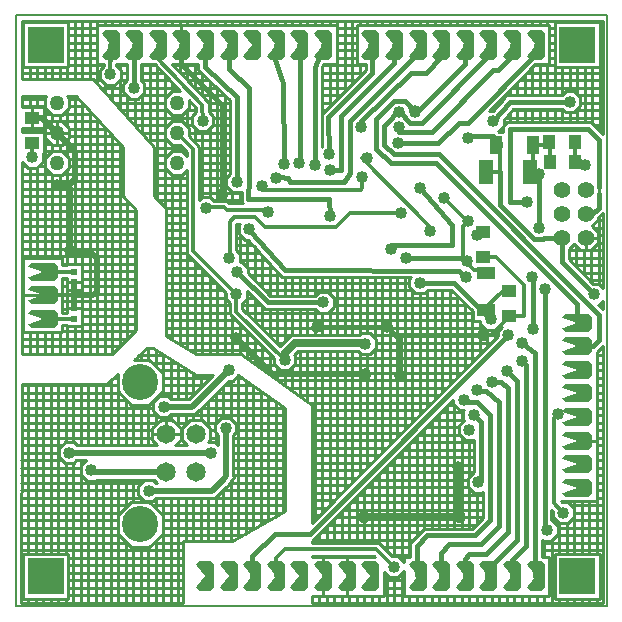
<source format=gbl>
G04 PROTEUS RS274X GERBER FILE*
%FSLAX24Y24*%
%MOIN*%
%ADD10C,0.0200*%
%ADD11C,0.0150*%
%ADD12C,0.0100*%
%ADD14C,0.0120*%
%ADD13C,0.0250*%
%ADD15C,0.0400*%
%ADD16R,0.1200X0.1200*%
%ADD17C,0.0650*%
%ADD18C,0.1200*%
%AMDIL016*4,1,8,-0.0300,0.0380,-0.0180,0.0500,0.0180,0.0500,0.0300,0.0380,0.0300,-0.0380,0.0180,-0.0500,-0.0180,-0.0500,-0.0300,-0.0380,0*%
%ADD24DIL016*%
%ADD26C,0.0550*%
%AMDIL019*4,1,8,-0.0500,0.0180,-0.0380,0.0300,0.0380,0.0300,0.0500,0.0180,0.0500,-0.0180,0.0380,-0.0300,-0.0380,-0.0300,-0.0500,-0.0180,0*%
%ADD27DIL019*%
%ADD73C,0.0500*%
%ADD70R,0.0500X0.0400*%
%ADD34R,0.0200X0.0200*%
%ADD21R,0.0600X0.0400*%
%ADD35R,0.0500X0.0800*%
%ADD20R,0.0400X0.0600*%
%ADD71R,0.0400X0.0500*%
%ADD33C,0.0080*%
G54D10*
X+4922Y+6636D02*
X+5865Y+6636D01*
X+7086Y+7858D01*
X+5013Y+4464D02*
X+2568Y+4464D01*
X+2510Y+4522D01*
X+4416Y+3847D02*
X+6539Y+3847D01*
X+6891Y+4199D01*
X+6988Y+4334D01*
X+6988Y+5928D01*
G54D11*
X+17427Y+14383D02*
X+17427Y+12610D01*
X+19420Y+14065D02*
X+19420Y+13972D01*
G54D12*
X+19420Y+13727D01*
G54D11*
X+19420Y+13281D01*
X+19200Y+13062D01*
X+18987Y+13062D01*
G54D14*
X+19420Y+14065D02*
X+19424Y+14061D01*
G54D11*
X+13309Y+16475D02*
X+13314Y+16490D01*
X+18461Y+16800D02*
X+16450Y+16800D01*
X+15900Y+16150D01*
X+12394Y+16130D02*
X+12713Y+16450D01*
G54D12*
X+12750Y+16450D02*
X+12394Y+16130D01*
G54D11*
X+17322Y+984D02*
X+17300Y+1007D01*
X+17303Y+8425D01*
X+16870Y+8759D01*
X+16858Y+8175D02*
X+17000Y+8034D01*
X+17000Y+1990D01*
X+16533Y+1524D01*
X+16533Y+985D01*
X+16535Y+984D01*
X+16376Y+7819D02*
X+16700Y+7495D01*
X+16700Y+2200D01*
X+15715Y+1215D01*
X+15715Y+915D01*
X+15748Y+984D01*
X+15879Y+7482D02*
X+16167Y+7482D01*
X+16400Y+7250D01*
X+16400Y+2450D01*
X+15673Y+1723D01*
X+15098Y+1723D01*
X+14951Y+1576D01*
X+14951Y+993D01*
X+14960Y+984D01*
X+15359Y+7183D02*
X+15650Y+7150D01*
X+16100Y+6800D01*
X+16100Y+2650D01*
X+15512Y+2062D01*
X+14435Y+2062D01*
X+14156Y+1782D01*
X+14156Y+1001D01*
X+14173Y+984D01*
X+14930Y+6870D02*
X+14926Y+6800D01*
X+15350Y+6800D01*
X+15800Y+6350D01*
X+15800Y+2850D01*
X+15300Y+2350D01*
X+13700Y+2350D01*
X+13350Y+2000D01*
X+13350Y+1020D01*
X+13385Y+984D01*
G54D13*
X+8950Y+8200D02*
X+8950Y+8430D01*
X+9290Y+8770D01*
X+11610Y+8770D01*
X+11640Y+8740D01*
G54D11*
X+12639Y+9039D02*
X+12787Y+8891D01*
X+12787Y+7655D01*
X+12639Y+9039D02*
X+15564Y+9039D01*
X+13314Y+16490D02*
X+13314Y+16479D01*
X+13309Y+16475D01*
G54D14*
X+7127Y+11577D02*
X+7106Y+11598D01*
X+7336Y+10391D02*
X+7336Y+9813D01*
X+8950Y+8200D01*
X+885Y+9566D02*
X+1937Y+9566D01*
X+1940Y+9569D01*
X+885Y+11141D02*
X+1928Y+11141D01*
X+1934Y+11147D01*
X+885Y+10354D02*
X+1909Y+10354D01*
X+1940Y+10354D01*
G54D10*
X+1940Y+9919D02*
X+1940Y+10354D01*
X+1940Y+10791D01*
X+1934Y+10797D01*
X+1934Y+10379D01*
X+1909Y+10354D01*
X+1940Y+10354D02*
X+2562Y+10354D01*
X+2687Y+10479D01*
X+2687Y+11603D01*
X+2480Y+11811D01*
X+1819Y+11811D01*
X+1801Y+11828D01*
G54D14*
X+540Y+15441D02*
X+540Y+14966D01*
X+542Y+14964D01*
G54D10*
X+1801Y+11828D02*
X+1801Y+13930D01*
X+1699Y+14032D01*
X+1368Y+14032D01*
X+7316Y+8941D02*
X+8536Y+7721D01*
X+11636Y+7721D01*
G54D11*
X+3929Y+17263D02*
X+3929Y+18693D01*
X+3937Y+18700D01*
X+7350Y+14133D02*
X+7350Y+16950D01*
X+6300Y+17950D01*
X+6299Y+18700D01*
X+12363Y+9315D02*
X+12402Y+9276D01*
X+12639Y+9039D01*
X+12363Y+9315D02*
X+12402Y+9315D01*
X+12363Y+9315D01*
X+12363Y+9354D01*
X+12363Y+9315D01*
X+14960Y+18700D02*
X+14960Y+18051D01*
X+13363Y+16453D01*
X+13363Y+16404D01*
X+13309Y+16457D01*
X+13309Y+16475D01*
X+12750Y+16450D02*
X+12784Y+16450D01*
X+13134Y+16100D01*
X+13522Y+16100D01*
X+15748Y+18326D01*
X+15748Y+18700D01*
X+17322Y+18700D02*
X+17322Y+18385D01*
X+15059Y+16102D01*
X+14763Y+16102D01*
X+14074Y+15433D01*
X+12744Y+15425D01*
X+12720Y+15488D01*
X+12743Y+15464D01*
X+12744Y+15425D01*
X+11510Y+15964D02*
X+11510Y+16150D01*
X+13181Y+17780D01*
X+13665Y+17780D01*
X+14172Y+18286D01*
X+14172Y+18699D01*
X+14173Y+18700D01*
X+13464Y+13934D02*
X+14527Y+12686D01*
X+14527Y+12027D01*
X+12500Y+12027D01*
X+12500Y+11893D01*
X+10240Y+10118D02*
X+8387Y+10118D01*
X+7382Y+11122D01*
X+5511Y+18700D02*
X+5511Y+18073D01*
X+6879Y+16706D01*
X+6879Y+13740D01*
X+10019Y+9310D02*
X+12363Y+9315D01*
G54D14*
X+7127Y+11619D02*
X+7106Y+11598D01*
X+7127Y+11619D02*
X+7127Y+11577D01*
X+15823Y+9551D02*
X+15669Y+9705D01*
G54D11*
X+14607Y+10767D01*
X+13450Y+10767D01*
X+18200Y+12275D02*
X+17596Y+12275D01*
X+17549Y+12227D01*
X+17276Y+12227D01*
X+16135Y+13368D01*
X+16135Y+14472D01*
G54D14*
X+16000Y+15350D02*
X+16130Y+15350D01*
X+16135Y+15344D01*
X+16135Y+14472D01*
X+16132Y+14470D01*
X+15660Y+14470D01*
G54D11*
X+16135Y+15344D02*
X+16135Y+15439D01*
X+15912Y+15661D01*
X+15074Y+15661D01*
X+15034Y+15621D01*
X+15053Y+15602D01*
G54D14*
X+17240Y+15350D02*
X+17240Y+14556D01*
X+17153Y+14470D01*
X+17140Y+14470D01*
X+17153Y+14470D02*
X+17340Y+14470D01*
X+17427Y+14383D01*
G54D11*
X+17020Y+13480D02*
X+16470Y+13480D01*
X+16470Y+15900D01*
X+19060Y+15900D01*
X+19420Y+15539D01*
X+19420Y+14065D01*
G54D14*
X+17240Y+15350D02*
X+17680Y+15350D01*
X+17780Y+15450D01*
X+18629Y+14808D02*
X+18629Y+15012D01*
X+18629Y+15440D01*
X+18620Y+15450D01*
X+18620Y+15022D01*
X+18629Y+15012D01*
X+18949Y+14692D01*
X+17789Y+14808D02*
X+17789Y+15362D01*
X+17769Y+15382D01*
X+17780Y+15450D01*
X+15669Y+9862D02*
X+15669Y+9857D01*
X+15573Y+9857D01*
X+16216Y+10500D01*
X+16420Y+10500D01*
X+15669Y+9705D02*
X+15669Y+9857D01*
X+15564Y+9039D02*
X+15564Y+9033D01*
X+15819Y+9033D01*
X+16420Y+9634D01*
X+16420Y+9660D01*
G54D11*
X+18700Y+9448D02*
X+18700Y+10049D01*
X+13993Y+14756D01*
X+12483Y+14756D01*
X+12007Y+15232D01*
X+12007Y+16244D01*
X+12588Y+16825D01*
X+12959Y+16825D01*
X+13309Y+16475D01*
X+14279Y+13600D02*
X+14275Y+13604D01*
X+14275Y+13727D01*
X+14279Y+13620D01*
X+14279Y+13600D01*
X+14279Y+13620D02*
X+14279Y+13619D01*
X+14279Y+13600D02*
X+14279Y+13619D01*
X+14279Y+13620D01*
X+14279Y+13620D01*
X+12394Y+16130D02*
X+12272Y+16008D01*
X+12272Y+15365D01*
X+12586Y+15051D01*
X+14094Y+15050D01*
X+19420Y+9713D01*
X+19420Y+8858D01*
X+19223Y+8661D01*
X+18700Y+8661D01*
G54D14*
X+16420Y+9660D02*
X+16920Y+9660D01*
X+16930Y+9650D01*
X+16930Y+10706D01*
X+16006Y+11630D01*
X+15570Y+11630D01*
G54D11*
X+14900Y+11600D02*
X+13000Y+11600D01*
G54D14*
X+14279Y+13600D02*
X+14909Y+12969D01*
X+15061Y+12821D01*
X+15061Y+12731D01*
X+15061Y+12821D01*
X+15085Y+12844D01*
X+15061Y+12731D01*
X+15061Y+12821D01*
X+15372Y+12377D02*
X+15570Y+12470D01*
X+14997Y+11467D02*
X+14997Y+11467D01*
X+15669Y+11102D02*
X+15567Y+11204D01*
X+15560Y+11211D01*
X+14997Y+11467D02*
X+14919Y+11546D01*
X+14919Y+12678D02*
X+15061Y+12821D01*
X+14997Y+11467D02*
X+14997Y+11467D01*
X+15019Y+11507D02*
X+15019Y+11446D01*
X+15254Y+11211D01*
X+15523Y+11211D01*
X+15530Y+11204D01*
X+15669Y+11102D01*
X+15254Y+11211D02*
X+15254Y+11204D01*
X+15530Y+11204D01*
X+15567Y+11204D01*
X+15560Y+11211D02*
X+15523Y+11211D01*
X+15019Y+11446D02*
X+14997Y+11467D01*
X+14919Y+12678D02*
X+14900Y+12678D01*
X+14900Y+12659D01*
X+14900Y+11600D01*
X+14900Y+11565D01*
X+14900Y+11546D01*
X+14919Y+11546D01*
X+14900Y+11565D01*
X+14900Y+12659D02*
X+14919Y+12678D01*
X+6220Y+16180D02*
X+6210Y+16690D01*
X+4724Y+18242D01*
X+4724Y+18700D01*
G54D10*
X+540Y+16281D02*
X+540Y+16274D01*
X+852Y+16274D01*
X+1353Y+15773D01*
X+1963Y+15163D01*
X+1963Y+14240D01*
X+1755Y+14032D01*
X+1699Y+14032D01*
G54D14*
X+5353Y+15773D02*
X+5900Y+15227D01*
X+5900Y+11830D01*
X+7339Y+10391D01*
X+7336Y+10391D01*
X+3137Y+17716D02*
X+3137Y+18200D01*
X+3149Y+18700D01*
G54D11*
X+3137Y+18200D02*
X+3137Y+18688D01*
X+3149Y+18700D01*
X+17226Y+9217D02*
X+17226Y+10923D01*
X+17187Y+10962D01*
X+16535Y+18700D02*
X+16535Y+18326D01*
X+16082Y+17854D01*
X+15905Y+17854D01*
X+13858Y+15800D01*
X+12760Y+15800D01*
X+12750Y+15950D01*
G54D14*
X+12840Y+13085D02*
X+11139Y+13085D01*
X+10674Y+12620D01*
X+8285Y+12620D01*
X+7952Y+12952D01*
X+7263Y+12952D01*
X+7127Y+12814D01*
X+7127Y+11619D01*
G54D11*
X+10450Y+13000D02*
X+10433Y+13562D01*
X+7747Y+13563D01*
X+7750Y+14240D01*
X+7750Y+17250D01*
X+7100Y+17900D01*
X+7100Y+18687D01*
X+7086Y+18700D01*
G54D14*
X+11535Y+14291D02*
X+11535Y+13917D01*
X+11496Y+13859D01*
X+8260Y+13858D01*
X+8138Y+13894D01*
X+8208Y+13894D01*
X+8208Y+14015D01*
X+8385Y+13129D02*
X+8307Y+13208D01*
X+7026Y+13208D01*
X+6947Y+13287D01*
X+6337Y+13287D01*
X+6337Y+13274D01*
G54D11*
X+8661Y+14271D02*
X+8799Y+14284D01*
X+9068Y+14281D01*
X+9145Y+14129D01*
X+10925Y+14133D01*
X+11122Y+14437D01*
X+11122Y+16161D01*
X+13327Y+18366D01*
X+13484Y+18700D01*
X+13385Y+18700D01*
X+10452Y+14527D02*
X+10826Y+14527D01*
X+10826Y+15039D01*
X+10828Y+16337D01*
X+12601Y+18110D01*
X+12601Y+18700D01*
X+12598Y+18700D01*
X+11811Y+18700D02*
X+11874Y+18700D01*
X+11874Y+17761D01*
X+10413Y+16300D01*
X+10433Y+15059D01*
X+7780Y+12560D02*
X+7800Y+12510D01*
X+7800Y+12487D01*
X+8956Y+11200D01*
X+14770Y+11180D01*
X+15000Y+10950D01*
G54D14*
X+13804Y+12504D02*
X+13804Y+12645D01*
X+11545Y+14918D01*
X+11683Y+14918D01*
G54D11*
X+15400Y+4120D02*
X+15497Y+4217D01*
X+15497Y+6131D01*
X+15273Y+6356D01*
X+15250Y+6356D01*
G54D13*
X+11589Y+2960D02*
X+14746Y+2960D01*
G54D11*
X+17660Y+2510D02*
X+17659Y+2549D01*
X+17660Y+2510D01*
G54D13*
X+14790Y+2960D02*
X+14777Y+2930D01*
X+14746Y+2960D01*
X+14790Y+2960D01*
X+14783Y+2967D01*
X+14783Y+4634D01*
X+14777Y+4640D01*
X+14737Y+4640D01*
G54D11*
X+17630Y+10570D02*
X+17620Y+2770D01*
X+17700Y+2530D01*
G54D14*
X+18056Y+6391D02*
X+17920Y+6254D01*
X+17920Y+3438D01*
X+18243Y+3114D01*
G54D11*
X+18200Y+12275D02*
X+18200Y+11464D01*
X+19271Y+10393D01*
X+16411Y+9024D02*
X+9786Y+2400D01*
X+8620Y+2400D01*
X+7874Y+1653D01*
X+7874Y+984D01*
G54D14*
X+8661Y+984D02*
X+8661Y+1593D01*
X+8955Y+1887D01*
X+12012Y+1887D01*
X+12590Y+1310D01*
G54D11*
X+8917Y+14744D02*
X+8904Y+17433D01*
X+8580Y+18389D01*
X+8565Y+18404D01*
X+8661Y+18404D01*
X+8661Y+18700D01*
X+9448Y+14763D02*
X+9450Y+14763D01*
X+9450Y+18700D01*
X+9448Y+18700D01*
X+9960Y+14704D02*
X+9960Y+17980D01*
X+10261Y+18696D01*
X+10256Y+18700D01*
X+10236Y+18700D01*
G54D10*
X+1771Y+5102D02*
X+1780Y+5100D01*
X+4722Y+5100D01*
X+4724Y+5102D01*
X+6351Y+5102D01*
X+6467Y+4986D01*
X+6496Y+5102D01*
G54D15*
X+4922Y+6636D03*
X+7086Y+7858D03*
X+2510Y+4522D03*
X+4416Y+3847D03*
X+6988Y+5928D03*
X+17427Y+14383D03*
X+17427Y+12610D03*
X+15053Y+15602D03*
X+13314Y+16490D03*
X+18461Y+16800D03*
X+15900Y+16150D03*
X+11589Y+2960D03*
X+16870Y+8759D03*
X+16858Y+8175D03*
X+16376Y+7819D03*
X+15879Y+7482D03*
X+15359Y+7183D03*
X+14930Y+6870D03*
X+8950Y+8200D03*
X+15564Y+9039D03*
X+12787Y+7655D03*
X+7350Y+14133D03*
X+1801Y+11828D03*
X+542Y+14964D03*
X+1368Y+14032D03*
X+7316Y+8941D03*
X+11636Y+7721D03*
X+3929Y+17263D03*
X+12750Y+16450D03*
X+12744Y+15425D03*
X+15823Y+9551D03*
X+13450Y+10767D03*
X+13464Y+13934D03*
X+12500Y+11893D03*
X+10240Y+10118D03*
X+7382Y+11122D03*
X+10019Y+9310D03*
X+12363Y+9315D03*
X+7106Y+11598D03*
X+17020Y+13480D03*
X+18949Y+14692D03*
X+13309Y+16475D03*
X+13000Y+11600D03*
X+14279Y+13600D03*
X+15372Y+12377D03*
X+15061Y+12821D03*
X+15019Y+11507D03*
X+6879Y+13740D03*
X+7336Y+10391D03*
X+3137Y+17716D03*
X+15400Y+4120D03*
X+15250Y+6356D03*
X+17226Y+9217D03*
X+17187Y+10962D03*
X+11640Y+8740D03*
X+15100Y+5870D03*
X+12750Y+15950D03*
X+11510Y+15964D03*
X+12840Y+13085D03*
X+10450Y+13000D03*
X+11535Y+14291D03*
X+8208Y+14015D03*
X+8385Y+13129D03*
X+6337Y+13274D03*
X+8661Y+14271D03*
X+10452Y+14527D03*
X+10433Y+15059D03*
X+7780Y+12560D03*
X+15000Y+10950D03*
X+13804Y+12504D03*
X+11683Y+14918D03*
X+6220Y+16180D03*
X+14737Y+4640D03*
X+14790Y+2960D03*
X+17630Y+10570D03*
X+17700Y+2530D03*
X+18056Y+6391D03*
X+18243Y+3114D03*
X+19271Y+10393D03*
X+16411Y+9024D03*
X+12590Y+1310D03*
X+8917Y+14744D03*
X+9448Y+14763D03*
X+9960Y+14704D03*
X+1771Y+5102D03*
X+6496Y+5102D03*
G54D12*
X+19550Y+15728D02*
X+19153Y+16124D01*
X+16376Y+16124D01*
X+16245Y+15993D01*
X+16245Y+15799D01*
X+16092Y+15799D01*
X+16068Y+15824D01*
X+16249Y+16005D01*
X+16249Y+16215D01*
X+16554Y+16575D01*
X+18191Y+16575D01*
X+18316Y+16450D01*
X+18606Y+16450D01*
X+18811Y+16655D01*
X+18811Y+16944D01*
X+18606Y+17149D01*
X+18316Y+17149D01*
X+18191Y+17024D01*
X+16532Y+17024D01*
X+16524Y+17031D01*
X+16440Y+17024D01*
X+16356Y+17024D01*
X+16349Y+17017D01*
X+16338Y+17016D01*
X+16284Y+16952D01*
X+16225Y+16893D01*
X+16225Y+16882D01*
X+15901Y+16499D01*
X+15770Y+16499D01*
X+17307Y+18050D01*
X+17772Y+18050D01*
X+17772Y+19350D01*
X+11361Y+19350D01*
X+11361Y+18050D01*
X+11649Y+18050D01*
X+11649Y+17854D01*
X+10318Y+16523D01*
X+10316Y+16523D01*
X+10253Y+16457D01*
X+10188Y+16393D01*
X+10188Y+16391D01*
X+10186Y+16389D01*
X+10188Y+16298D01*
X+10188Y+16206D01*
X+10189Y+16205D01*
X+10203Y+15324D01*
X+10185Y+15306D01*
X+10185Y+17934D01*
X+10234Y+18050D01*
X+10686Y+18050D01*
X+10686Y+19350D01*
X+2699Y+19350D01*
X+2699Y+18050D01*
X+2927Y+18050D01*
X+2927Y+18001D01*
X+2787Y+17861D01*
X+2787Y+17571D01*
X+2992Y+17366D01*
X+3282Y+17366D01*
X+3487Y+17571D01*
X+3487Y+17861D01*
X+3347Y+18001D01*
X+3347Y+18050D01*
X+3704Y+18050D01*
X+3704Y+17533D01*
X+3579Y+17408D01*
X+3579Y+17118D01*
X+3784Y+16913D01*
X+4074Y+16913D01*
X+4279Y+17118D01*
X+4279Y+17408D01*
X+4154Y+17533D01*
X+4154Y+18050D01*
X+4616Y+18050D01*
X+5456Y+17173D01*
X+5187Y+17173D01*
X+4953Y+16939D01*
X+4953Y+16607D01*
X+5187Y+16373D01*
X+5519Y+16373D01*
X+5753Y+16607D01*
X+5753Y+16863D01*
X+6001Y+16603D01*
X+6004Y+16459D01*
X+5870Y+16324D01*
X+5870Y+16035D01*
X+6075Y+15830D01*
X+6365Y+15830D01*
X+6570Y+16035D01*
X+6570Y+16324D01*
X+6424Y+16470D01*
X+6420Y+16689D01*
X+6421Y+16772D01*
X+6418Y+16776D01*
X+6418Y+16781D01*
X+6358Y+16838D01*
X+5198Y+18050D01*
X+6074Y+18050D01*
X+6074Y+18039D01*
X+6072Y+18037D01*
X+6075Y+17947D01*
X+6075Y+17856D01*
X+6077Y+17854D01*
X+6077Y+17851D01*
X+6142Y+17788D01*
X+6207Y+17724D01*
X+6210Y+17724D01*
X+7125Y+16853D01*
X+7125Y+14403D01*
X+7000Y+14278D01*
X+7000Y+13988D01*
X+7205Y+13783D01*
X+7494Y+13783D01*
X+7523Y+13812D01*
X+7522Y+13656D01*
X+7522Y+13656D01*
X+7522Y+13563D01*
X+7521Y+13470D01*
X+7522Y+13470D01*
X+7522Y+13469D01*
X+7573Y+13418D01*
X+7113Y+13418D01*
X+7034Y+13497D01*
X+6609Y+13497D01*
X+6482Y+13624D01*
X+6192Y+13624D01*
X+6109Y+13541D01*
X+6109Y+15314D01*
X+5753Y+15670D01*
X+5753Y+15939D01*
X+5519Y+16173D01*
X+5187Y+16173D01*
X+4953Y+15939D01*
X+4953Y+15607D01*
X+5187Y+15373D01*
X+5456Y+15373D01*
X+5690Y+15140D01*
X+5690Y+15002D01*
X+5519Y+15173D01*
X+5187Y+15173D01*
X+4953Y+14939D01*
X+4953Y+14607D01*
X+5187Y+14373D01*
X+5519Y+14373D01*
X+5690Y+14544D01*
X+5690Y+11743D01*
X+6986Y+10447D01*
X+6986Y+10246D01*
X+7126Y+10106D01*
X+7126Y+9726D01*
X+8600Y+8253D01*
X+8600Y+8055D01*
X+8805Y+7850D01*
X+9094Y+7850D01*
X+9299Y+8055D01*
X+9299Y+8344D01*
X+9276Y+8368D01*
X+9403Y+8495D01*
X+11390Y+8495D01*
X+11495Y+8390D01*
X+11784Y+8390D01*
X+11989Y+8595D01*
X+11989Y+8884D01*
X+11784Y+9089D01*
X+11495Y+9089D01*
X+11450Y+9044D01*
X+9176Y+9044D01*
X+8789Y+8657D01*
X+7546Y+9900D01*
X+7546Y+10106D01*
X+7686Y+10246D01*
X+7686Y+10501D01*
X+8294Y+9893D01*
X+9970Y+9893D01*
X+10095Y+9768D01*
X+10385Y+9768D01*
X+10590Y+9973D01*
X+10590Y+10263D01*
X+10385Y+10468D01*
X+10095Y+10468D01*
X+9970Y+10343D01*
X+8480Y+10343D01*
X+7732Y+11091D01*
X+7732Y+11267D01*
X+7527Y+11472D01*
X+7456Y+11472D01*
X+7456Y+11743D01*
X+7337Y+11862D01*
X+7337Y+12728D01*
X+7351Y+12742D01*
X+7467Y+12742D01*
X+7430Y+12704D01*
X+7430Y+12415D01*
X+7635Y+12210D01*
X+7747Y+12210D01*
X+8731Y+11114D01*
X+8731Y+11108D01*
X+8793Y+11046D01*
X+8851Y+10981D01*
X+8858Y+10980D01*
X+8862Y+10976D01*
X+8950Y+10975D01*
X+9037Y+10971D01*
X+9042Y+10975D01*
X+13149Y+10960D01*
X+13100Y+10912D01*
X+13100Y+10622D01*
X+13305Y+10417D01*
X+13595Y+10417D01*
X+13720Y+10542D01*
X+14514Y+10542D01*
X+15219Y+9837D01*
X+15219Y+9512D01*
X+15473Y+9512D01*
X+15473Y+9406D01*
X+15678Y+9201D01*
X+15968Y+9201D01*
X+16076Y+9310D01*
X+16201Y+9310D01*
X+16061Y+9169D01*
X+16061Y+8993D01*
X+9850Y+2781D01*
X+9850Y+6715D01*
X+7500Y+8415D01*
X+6000Y+8415D01*
X+5000Y+9015D01*
X+5000Y+13265D01*
X+4600Y+13665D01*
X+4600Y+15315D01*
X+2550Y+17565D01*
X+200Y+17565D01*
X+200Y+19515D01*
X+19550Y+19515D01*
X+19550Y+15728D01*
X+17950Y+19450D02*
X+19450Y+19450D01*
X+19450Y+17950D01*
X+17950Y+17950D01*
X+17950Y+19450D01*
X+234Y+19450D02*
X+1734Y+19450D01*
X+1734Y+17950D01*
X+234Y+17950D01*
X+234Y+19450D01*
X+15439Y+8987D02*
X+15439Y+9091D01*
X+15513Y+9164D01*
X+15616Y+9164D01*
X+15689Y+9091D01*
X+15689Y+8987D01*
X+15616Y+8914D01*
X+15513Y+8914D01*
X+15439Y+8987D01*
X+12662Y+7603D02*
X+12662Y+7707D01*
X+12735Y+7780D01*
X+12838Y+7780D01*
X+12912Y+7707D01*
X+12912Y+7603D01*
X+12838Y+7530D01*
X+12735Y+7530D01*
X+12662Y+7603D01*
X+7191Y+8890D02*
X+7191Y+8993D01*
X+7264Y+9066D01*
X+7368Y+9066D01*
X+7441Y+8993D01*
X+7441Y+8890D01*
X+7368Y+8816D01*
X+7264Y+8816D01*
X+7191Y+8890D01*
X+11511Y+7670D02*
X+11511Y+7773D01*
X+11584Y+7846D01*
X+11688Y+7846D01*
X+11761Y+7773D01*
X+11761Y+7670D01*
X+11688Y+7596D01*
X+11584Y+7596D01*
X+11511Y+7670D01*
X+9894Y+9259D02*
X+9894Y+9362D01*
X+9967Y+9435D01*
X+10071Y+9435D01*
X+10144Y+9362D01*
X+10144Y+9259D01*
X+10071Y+9185D01*
X+9967Y+9185D01*
X+9894Y+9259D01*
X+12238Y+9263D02*
X+12238Y+9367D01*
X+12311Y+9440D01*
X+12414Y+9440D01*
X+12488Y+9367D01*
X+12488Y+9263D01*
X+12414Y+9190D01*
X+12311Y+9190D01*
X+12238Y+9263D01*
X+6754Y+13688D02*
X+6754Y+13791D01*
X+6827Y+13865D01*
X+6930Y+13865D01*
X+7004Y+13791D01*
X+7004Y+13688D01*
X+6930Y+13615D01*
X+6827Y+13615D01*
X+6754Y+13688D01*
X+9850Y+2781D02*
X+9850Y+2781D01*
X+9850Y+3031D02*
X+10099Y+3031D01*
X+9850Y+3281D02*
X+10349Y+3281D01*
X+9850Y+3531D02*
X+10599Y+3531D01*
X+9850Y+3781D02*
X+10849Y+3781D01*
X+9850Y+4031D02*
X+11099Y+4031D01*
X+9850Y+4281D02*
X+11349Y+4281D01*
X+9850Y+4531D02*
X+11599Y+4531D01*
X+9850Y+4781D02*
X+11849Y+4781D01*
X+9850Y+5031D02*
X+12099Y+5031D01*
X+9850Y+5281D02*
X+12349Y+5281D01*
X+9850Y+5531D02*
X+12599Y+5531D01*
X+9850Y+5781D02*
X+12849Y+5781D01*
X+9850Y+6031D02*
X+13099Y+6031D01*
X+9850Y+6281D02*
X+13349Y+6281D01*
X+9850Y+6531D02*
X+13599Y+6531D01*
X+9758Y+6781D02*
X+13849Y+6781D01*
X+9413Y+7031D02*
X+14099Y+7031D01*
X+9067Y+7281D02*
X+14349Y+7281D01*
X+8722Y+7531D02*
X+12734Y+7531D01*
X+12839Y+7531D02*
X+14599Y+7531D01*
X+8376Y+7781D02*
X+11519Y+7781D01*
X+11753Y+7781D02*
X+14849Y+7781D01*
X+8030Y+8031D02*
X+8624Y+8031D01*
X+9275Y+8031D02*
X+15099Y+8031D01*
X+7685Y+8281D02*
X+8571Y+8281D01*
X+9299Y+8281D02*
X+15349Y+8281D01*
X+5806Y+8531D02*
X+8321Y+8531D01*
X+11925Y+8531D02*
X+15599Y+8531D01*
X+5390Y+8781D02*
X+8071Y+8781D01*
X+8665Y+8781D02*
X+8913Y+8781D01*
X+11989Y+8781D02*
X+15849Y+8781D01*
X+5000Y+9031D02*
X+7229Y+9031D01*
X+7403Y+9031D02*
X+7821Y+9031D01*
X+8415Y+9031D02*
X+9163Y+9031D01*
X+11842Y+9031D02*
X+15439Y+9031D01*
X+15689Y+9031D02*
X+16061Y+9031D01*
X+5000Y+9281D02*
X+7571Y+9281D01*
X+8165Y+9281D02*
X+9894Y+9281D01*
X+10144Y+9281D02*
X+12238Y+9281D01*
X+12488Y+9281D02*
X+15598Y+9281D01*
X+16047Y+9281D02*
X+16172Y+9281D01*
X+5000Y+9531D02*
X+7321Y+9531D01*
X+7915Y+9531D02*
X+15219Y+9531D01*
X+5000Y+9781D02*
X+7126Y+9781D01*
X+7665Y+9781D02*
X+10082Y+9781D01*
X+10398Y+9781D02*
X+15219Y+9781D01*
X+5000Y+10031D02*
X+7126Y+10031D01*
X+7546Y+10031D02*
X+8156Y+10031D01*
X+10590Y+10031D02*
X+15025Y+10031D01*
X+5000Y+10281D02*
X+6986Y+10281D01*
X+7686Y+10281D02*
X+7906Y+10281D01*
X+10572Y+10281D02*
X+14775Y+10281D01*
X+5000Y+10531D02*
X+6902Y+10531D01*
X+8292Y+10531D02*
X+13191Y+10531D01*
X+13709Y+10531D02*
X+14525Y+10531D01*
X+5000Y+10781D02*
X+6652Y+10781D01*
X+8042Y+10781D02*
X+13100Y+10781D01*
X+5000Y+11031D02*
X+6402Y+11031D01*
X+7792Y+11031D02*
X+8806Y+11031D01*
X+5000Y+11281D02*
X+6152Y+11281D01*
X+7718Y+11281D02*
X+8581Y+11281D01*
X+5000Y+11531D02*
X+5902Y+11531D01*
X+7456Y+11531D02*
X+8356Y+11531D01*
X+5000Y+11781D02*
X+5690Y+11781D01*
X+7418Y+11781D02*
X+8132Y+11781D01*
X+5000Y+12031D02*
X+5690Y+12031D01*
X+7337Y+12031D02*
X+7907Y+12031D01*
X+5000Y+12281D02*
X+5690Y+12281D01*
X+7337Y+12281D02*
X+7564Y+12281D01*
X+5000Y+12531D02*
X+5690Y+12531D01*
X+7337Y+12531D02*
X+7430Y+12531D01*
X+5000Y+12781D02*
X+5690Y+12781D01*
X+5000Y+13031D02*
X+5690Y+13031D01*
X+4984Y+13281D02*
X+5690Y+13281D01*
X+4734Y+13531D02*
X+5690Y+13531D01*
X+6575Y+13531D02*
X+7521Y+13531D01*
X+4600Y+13781D02*
X+5690Y+13781D01*
X+6109Y+13781D02*
X+6754Y+13781D01*
X+7004Y+13781D02*
X+7522Y+13781D01*
X+4600Y+14031D02*
X+5690Y+14031D01*
X+6109Y+14031D02*
X+7000Y+14031D01*
X+4600Y+14281D02*
X+5690Y+14281D01*
X+6109Y+14281D02*
X+7003Y+14281D01*
X+4600Y+14531D02*
X+5029Y+14531D01*
X+5677Y+14531D02*
X+5690Y+14531D01*
X+6109Y+14531D02*
X+7125Y+14531D01*
X+4600Y+14781D02*
X+4953Y+14781D01*
X+6109Y+14781D02*
X+7125Y+14781D01*
X+4600Y+15031D02*
X+5045Y+15031D01*
X+5661Y+15031D02*
X+5690Y+15031D01*
X+6109Y+15031D02*
X+7125Y+15031D01*
X+4600Y+15281D02*
X+5548Y+15281D01*
X+6109Y+15281D02*
X+7125Y+15281D01*
X+4403Y+15531D02*
X+5029Y+15531D01*
X+5892Y+15531D02*
X+7125Y+15531D01*
X+10185Y+15531D02*
X+10199Y+15531D01*
X+4175Y+15781D02*
X+4953Y+15781D01*
X+5753Y+15781D02*
X+7125Y+15781D01*
X+10185Y+15781D02*
X+10195Y+15781D01*
X+19496Y+15781D02*
X+19550Y+15781D01*
X+3947Y+16031D02*
X+5045Y+16031D01*
X+5661Y+16031D02*
X+5874Y+16031D01*
X+6566Y+16031D02*
X+7125Y+16031D01*
X+10185Y+16031D02*
X+10191Y+16031D01*
X+16249Y+16031D02*
X+16283Y+16031D01*
X+19246Y+16031D02*
X+19550Y+16031D01*
X+3719Y+16281D02*
X+5870Y+16281D01*
X+6570Y+16281D02*
X+7125Y+16281D01*
X+10185Y+16281D02*
X+10188Y+16281D01*
X+16304Y+16281D02*
X+19550Y+16281D01*
X+3492Y+16531D02*
X+5029Y+16531D01*
X+5677Y+16531D02*
X+6002Y+16531D01*
X+6422Y+16531D02*
X+7125Y+16531D01*
X+10185Y+16531D02*
X+10326Y+16531D01*
X+15801Y+16531D02*
X+15928Y+16531D01*
X+16516Y+16531D02*
X+18235Y+16531D01*
X+18687Y+16531D02*
X+19550Y+16531D01*
X+3264Y+16781D02*
X+4953Y+16781D01*
X+5753Y+16781D02*
X+5831Y+16781D01*
X+6418Y+16781D02*
X+7125Y+16781D01*
X+10185Y+16781D02*
X+10576Y+16781D01*
X+16049Y+16781D02*
X+16139Y+16781D01*
X+18811Y+16781D02*
X+19550Y+16781D01*
X+3036Y+17031D02*
X+3666Y+17031D01*
X+4192Y+17031D02*
X+5045Y+17031D01*
X+6173Y+17031D02*
X+6938Y+17031D01*
X+10185Y+17031D02*
X+10826Y+17031D01*
X+16297Y+17031D02*
X+18198Y+17031D01*
X+18724Y+17031D02*
X+19550Y+17031D01*
X+2808Y+17281D02*
X+3579Y+17281D01*
X+4279Y+17281D02*
X+5352Y+17281D01*
X+5934Y+17281D02*
X+6675Y+17281D01*
X+10185Y+17281D02*
X+11076Y+17281D01*
X+16544Y+17281D02*
X+19550Y+17281D01*
X+2580Y+17531D02*
X+2827Y+17531D01*
X+3447Y+17531D02*
X+3702Y+17531D01*
X+4156Y+17531D02*
X+5113Y+17531D01*
X+5694Y+17531D02*
X+6412Y+17531D01*
X+10185Y+17531D02*
X+11326Y+17531D01*
X+16792Y+17531D02*
X+19550Y+17531D01*
X+200Y+17781D02*
X+2787Y+17781D01*
X+3487Y+17781D02*
X+3704Y+17781D01*
X+4154Y+17781D02*
X+4873Y+17781D01*
X+5455Y+17781D02*
X+6149Y+17781D01*
X+10185Y+17781D02*
X+11576Y+17781D01*
X+17040Y+17781D02*
X+19550Y+17781D01*
X+200Y+18031D02*
X+234Y+18031D01*
X+1734Y+18031D02*
X+2927Y+18031D01*
X+3347Y+18031D02*
X+3704Y+18031D01*
X+4154Y+18031D02*
X+4634Y+18031D01*
X+5216Y+18031D02*
X+6072Y+18031D01*
X+10225Y+18031D02*
X+11649Y+18031D01*
X+17288Y+18031D02*
X+17950Y+18031D01*
X+19450Y+18031D02*
X+19550Y+18031D01*
X+200Y+18281D02*
X+234Y+18281D01*
X+1734Y+18281D02*
X+2699Y+18281D01*
X+10686Y+18281D02*
X+11361Y+18281D01*
X+17772Y+18281D02*
X+17950Y+18281D01*
X+19450Y+18281D02*
X+19550Y+18281D01*
X+200Y+18531D02*
X+234Y+18531D01*
X+1734Y+18531D02*
X+2699Y+18531D01*
X+10686Y+18531D02*
X+11361Y+18531D01*
X+17772Y+18531D02*
X+17950Y+18531D01*
X+19450Y+18531D02*
X+19550Y+18531D01*
X+200Y+18781D02*
X+234Y+18781D01*
X+1734Y+18781D02*
X+2699Y+18781D01*
X+10686Y+18781D02*
X+11361Y+18781D01*
X+17772Y+18781D02*
X+17950Y+18781D01*
X+19450Y+18781D02*
X+19550Y+18781D01*
X+200Y+19031D02*
X+234Y+19031D01*
X+1734Y+19031D02*
X+2699Y+19031D01*
X+10686Y+19031D02*
X+11361Y+19031D01*
X+17772Y+19031D02*
X+17950Y+19031D01*
X+19450Y+19031D02*
X+19550Y+19031D01*
X+200Y+19281D02*
X+234Y+19281D01*
X+1734Y+19281D02*
X+2699Y+19281D01*
X+10686Y+19281D02*
X+11361Y+19281D01*
X+17772Y+19281D02*
X+17950Y+19281D01*
X+19450Y+19281D02*
X+19550Y+19281D01*
X+200Y+19515D02*
X+19550Y+19515D01*
X+200Y+17565D02*
X+200Y+19515D01*
X+450Y+17565D02*
X+450Y+17950D01*
X+450Y+19450D02*
X+450Y+19515D01*
X+700Y+17565D02*
X+700Y+17950D01*
X+700Y+19450D02*
X+700Y+19515D01*
X+950Y+17565D02*
X+950Y+17950D01*
X+950Y+19450D02*
X+950Y+19515D01*
X+1200Y+17565D02*
X+1200Y+17950D01*
X+1200Y+19450D02*
X+1200Y+19515D01*
X+1450Y+17565D02*
X+1450Y+17950D01*
X+1450Y+19450D02*
X+1450Y+19515D01*
X+1700Y+17565D02*
X+1700Y+17950D01*
X+1700Y+19450D02*
X+1700Y+19515D01*
X+1950Y+17565D02*
X+1950Y+19515D01*
X+2200Y+17565D02*
X+2200Y+19515D01*
X+2450Y+17565D02*
X+2450Y+19515D01*
X+2700Y+17400D02*
X+2700Y+18050D01*
X+2700Y+19350D02*
X+2700Y+19515D01*
X+2950Y+17125D02*
X+2950Y+17408D01*
X+2950Y+19350D02*
X+2950Y+19515D01*
X+3200Y+16851D02*
X+3200Y+17366D01*
X+3200Y+19350D02*
X+3200Y+19515D01*
X+3450Y+16577D02*
X+3450Y+17534D01*
X+3450Y+17898D02*
X+3450Y+18050D01*
X+3450Y+19350D02*
X+3450Y+19515D01*
X+3700Y+16302D02*
X+3700Y+16997D01*
X+3700Y+17529D02*
X+3700Y+18050D01*
X+3700Y+19350D02*
X+3700Y+19515D01*
X+3950Y+16028D02*
X+3950Y+16913D01*
X+3950Y+19350D02*
X+3950Y+19515D01*
X+4200Y+15754D02*
X+4200Y+17039D01*
X+4200Y+17487D02*
X+4200Y+18050D01*
X+4200Y+19350D02*
X+4200Y+19515D01*
X+4450Y+15479D02*
X+4450Y+18050D01*
X+4450Y+19350D02*
X+4450Y+19515D01*
X+4700Y+13565D02*
X+4700Y+17962D01*
X+4700Y+19350D02*
X+4700Y+19515D01*
X+4950Y+13315D02*
X+4950Y+17701D01*
X+4950Y+19350D02*
X+4950Y+19515D01*
X+5200Y+8895D02*
X+5200Y+14373D01*
X+5200Y+15173D02*
X+5200Y+15373D01*
X+5200Y+16173D02*
X+5200Y+16373D01*
X+5200Y+17173D02*
X+5200Y+17440D01*
X+5200Y+18047D02*
X+5200Y+18050D01*
X+5200Y+19350D02*
X+5200Y+19515D01*
X+5450Y+8745D02*
X+5450Y+14373D01*
X+5450Y+15173D02*
X+5450Y+15373D01*
X+5450Y+16173D02*
X+5450Y+16373D01*
X+5450Y+17173D02*
X+5450Y+17179D01*
X+5450Y+17786D02*
X+5450Y+18050D01*
X+5450Y+19350D02*
X+5450Y+19515D01*
X+5700Y+8595D02*
X+5700Y+11733D01*
X+5700Y+15992D02*
X+5700Y+16554D01*
X+5700Y+17525D02*
X+5700Y+18050D01*
X+5700Y+19350D02*
X+5700Y+19515D01*
X+5950Y+8445D02*
X+5950Y+11483D01*
X+5950Y+15473D02*
X+5950Y+15955D01*
X+5950Y+16404D02*
X+5950Y+16656D01*
X+5950Y+17264D02*
X+5950Y+18050D01*
X+5950Y+19350D02*
X+5950Y+19515D01*
X+6200Y+8415D02*
X+6200Y+11233D01*
X+6200Y+13624D02*
X+6200Y+15830D01*
X+6200Y+17003D02*
X+6200Y+17730D01*
X+6200Y+19350D02*
X+6200Y+19515D01*
X+6450Y+8415D02*
X+6450Y+10983D01*
X+6450Y+13624D02*
X+6450Y+15915D01*
X+6450Y+16444D02*
X+6450Y+17495D01*
X+6450Y+19350D02*
X+6450Y+19515D01*
X+6700Y+8415D02*
X+6700Y+10733D01*
X+6700Y+13497D02*
X+6700Y+17257D01*
X+6700Y+19350D02*
X+6700Y+19515D01*
X+6950Y+8415D02*
X+6950Y+10483D01*
X+6950Y+13497D02*
X+6950Y+13634D01*
X+6950Y+13845D02*
X+6950Y+17019D01*
X+6950Y+19350D02*
X+6950Y+19515D01*
X+7200Y+8415D02*
X+7200Y+8880D01*
X+7200Y+9002D02*
X+7200Y+9652D01*
X+7200Y+13418D02*
X+7200Y+13788D01*
X+7200Y+19350D02*
X+7200Y+19515D01*
X+7450Y+8415D02*
X+7450Y+9402D01*
X+7450Y+11749D02*
X+7450Y+12395D01*
X+7450Y+12724D02*
X+7450Y+12742D01*
X+7450Y+13418D02*
X+7450Y+13783D01*
X+7450Y+19350D02*
X+7450Y+19515D01*
X+7700Y+8270D02*
X+7700Y+9152D01*
X+7700Y+9746D02*
X+7700Y+10487D01*
X+7700Y+11299D02*
X+7700Y+12210D01*
X+7700Y+19350D02*
X+7700Y+19515D01*
X+7950Y+8089D02*
X+7950Y+8902D01*
X+7950Y+9496D02*
X+7950Y+10237D01*
X+7950Y+10873D02*
X+7950Y+11983D01*
X+7950Y+19350D02*
X+7950Y+19515D01*
X+8200Y+7908D02*
X+8200Y+8652D01*
X+8200Y+9246D02*
X+8200Y+9987D01*
X+8200Y+10623D02*
X+8200Y+11705D01*
X+8200Y+19350D02*
X+8200Y+19515D01*
X+8450Y+7727D02*
X+8450Y+8402D01*
X+8450Y+8996D02*
X+8450Y+9893D01*
X+8450Y+10373D02*
X+8450Y+11426D01*
X+8450Y+19350D02*
X+8450Y+19515D01*
X+8700Y+7546D02*
X+8700Y+7955D01*
X+8700Y+8746D02*
X+8700Y+9893D01*
X+8700Y+10343D02*
X+8700Y+11148D01*
X+8700Y+19350D02*
X+8700Y+19515D01*
X+8950Y+7366D02*
X+8950Y+7850D01*
X+8950Y+8818D02*
X+8950Y+9893D01*
X+8950Y+10343D02*
X+8950Y+10975D01*
X+8950Y+19350D02*
X+8950Y+19515D01*
X+9200Y+7185D02*
X+9200Y+7956D01*
X+9200Y+9044D02*
X+9200Y+9893D01*
X+9200Y+10343D02*
X+9200Y+10974D01*
X+9200Y+19350D02*
X+9200Y+19515D01*
X+9450Y+7004D02*
X+9450Y+8495D01*
X+9450Y+9044D02*
X+9450Y+9893D01*
X+9450Y+10343D02*
X+9450Y+10973D01*
X+9450Y+19350D02*
X+9450Y+19515D01*
X+9700Y+6823D02*
X+9700Y+8495D01*
X+9700Y+9044D02*
X+9700Y+9893D01*
X+9700Y+10343D02*
X+9700Y+10972D01*
X+9700Y+19350D02*
X+9700Y+19515D01*
X+9950Y+2881D02*
X+9950Y+8495D01*
X+9950Y+9044D02*
X+9950Y+9202D01*
X+9950Y+9418D02*
X+9950Y+9893D01*
X+9950Y+10343D02*
X+9950Y+10971D01*
X+9950Y+19350D02*
X+9950Y+19515D01*
X+10200Y+3131D02*
X+10200Y+8495D01*
X+10200Y+9044D02*
X+10200Y+9768D01*
X+10200Y+10468D02*
X+10200Y+10970D01*
X+10200Y+15321D02*
X+10200Y+15512D01*
X+10200Y+16404D02*
X+10200Y+17969D01*
X+10200Y+19350D02*
X+10200Y+19515D01*
X+10450Y+3381D02*
X+10450Y+8495D01*
X+10450Y+9044D02*
X+10450Y+9833D01*
X+10450Y+10403D02*
X+10450Y+10969D01*
X+10450Y+16655D02*
X+10450Y+18050D01*
X+10450Y+19350D02*
X+10450Y+19515D01*
X+10700Y+3631D02*
X+10700Y+8495D01*
X+10700Y+9044D02*
X+10700Y+10968D01*
X+10700Y+16905D02*
X+10700Y+19515D01*
X+10950Y+3881D02*
X+10950Y+8495D01*
X+10950Y+9044D02*
X+10950Y+10968D01*
X+10950Y+17155D02*
X+10950Y+19515D01*
X+11200Y+4131D02*
X+11200Y+8495D01*
X+11200Y+9044D02*
X+11200Y+10967D01*
X+11200Y+17405D02*
X+11200Y+19515D01*
X+11450Y+4381D02*
X+11450Y+8435D01*
X+11450Y+9044D02*
X+11450Y+10966D01*
X+11450Y+17655D02*
X+11450Y+18050D01*
X+11450Y+19350D02*
X+11450Y+19515D01*
X+11700Y+4631D02*
X+11700Y+7608D01*
X+11700Y+7834D02*
X+11700Y+8390D01*
X+11700Y+9089D02*
X+11700Y+10965D01*
X+11700Y+19350D02*
X+11700Y+19515D01*
X+11950Y+4881D02*
X+11950Y+8556D01*
X+11950Y+8923D02*
X+11950Y+10964D01*
X+11950Y+19350D02*
X+11950Y+19515D01*
X+12200Y+5131D02*
X+12200Y+10963D01*
X+12200Y+19350D02*
X+12200Y+19515D01*
X+12450Y+5381D02*
X+12450Y+9225D01*
X+12450Y+9404D02*
X+12450Y+10962D01*
X+12450Y+19350D02*
X+12450Y+19515D01*
X+12700Y+5631D02*
X+12700Y+7565D01*
X+12700Y+7745D02*
X+12700Y+10961D01*
X+12700Y+19350D02*
X+12700Y+19515D01*
X+12950Y+5881D02*
X+12950Y+10960D01*
X+12950Y+19350D02*
X+12950Y+19515D01*
X+13200Y+6131D02*
X+13200Y+10522D01*
X+13200Y+19350D02*
X+13200Y+19515D01*
X+13450Y+6381D02*
X+13450Y+10417D01*
X+13450Y+19350D02*
X+13450Y+19515D01*
X+13700Y+6631D02*
X+13700Y+10522D01*
X+13700Y+19350D02*
X+13700Y+19515D01*
X+13950Y+6881D02*
X+13950Y+10542D01*
X+13950Y+19350D02*
X+13950Y+19515D01*
X+14200Y+7131D02*
X+14200Y+10542D01*
X+14200Y+19350D02*
X+14200Y+19515D01*
X+14450Y+7381D02*
X+14450Y+10542D01*
X+14450Y+19350D02*
X+14450Y+19515D01*
X+14700Y+7631D02*
X+14700Y+10356D01*
X+14700Y+19350D02*
X+14700Y+19515D01*
X+14950Y+7881D02*
X+14950Y+10106D01*
X+14950Y+19350D02*
X+14950Y+19515D01*
X+15200Y+8131D02*
X+15200Y+9856D01*
X+15200Y+19350D02*
X+15200Y+19515D01*
X+15450Y+8381D02*
X+15450Y+8976D01*
X+15450Y+9101D02*
X+15450Y+9512D01*
X+15450Y+19350D02*
X+15450Y+19515D01*
X+15700Y+8631D02*
X+15700Y+9201D01*
X+15700Y+19350D02*
X+15700Y+19515D01*
X+15950Y+8881D02*
X+15950Y+9201D01*
X+15950Y+16556D02*
X+15950Y+16680D01*
X+15950Y+19350D02*
X+15950Y+19515D01*
X+16200Y+9308D02*
X+16200Y+9310D01*
X+16200Y+15799D02*
X+16200Y+15956D01*
X+16200Y+16852D02*
X+16200Y+16932D01*
X+16200Y+19350D02*
X+16200Y+19515D01*
X+16450Y+16124D02*
X+16450Y+16452D01*
X+16450Y+17024D02*
X+16450Y+17185D01*
X+16450Y+19350D02*
X+16450Y+19515D01*
X+16700Y+16124D02*
X+16700Y+16575D01*
X+16700Y+17024D02*
X+16700Y+17437D01*
X+16700Y+19350D02*
X+16700Y+19515D01*
X+16950Y+16124D02*
X+16950Y+16575D01*
X+16950Y+17024D02*
X+16950Y+17689D01*
X+16950Y+19350D02*
X+16950Y+19515D01*
X+17200Y+16124D02*
X+17200Y+16575D01*
X+17200Y+17024D02*
X+17200Y+17942D01*
X+17200Y+19350D02*
X+17200Y+19515D01*
X+17450Y+16124D02*
X+17450Y+16575D01*
X+17450Y+17024D02*
X+17450Y+18050D01*
X+17450Y+19350D02*
X+17450Y+19515D01*
X+17700Y+16124D02*
X+17700Y+16575D01*
X+17700Y+17024D02*
X+17700Y+18050D01*
X+17700Y+19350D02*
X+17700Y+19515D01*
X+17950Y+16124D02*
X+17950Y+16575D01*
X+17950Y+17024D02*
X+17950Y+19515D01*
X+18200Y+16124D02*
X+18200Y+16566D01*
X+18200Y+17033D02*
X+18200Y+17950D01*
X+18200Y+19450D02*
X+18200Y+19515D01*
X+18450Y+16124D02*
X+18450Y+16450D01*
X+18450Y+17149D02*
X+18450Y+17950D01*
X+18450Y+19450D02*
X+18450Y+19515D01*
X+18700Y+16124D02*
X+18700Y+16544D01*
X+18700Y+17055D02*
X+18700Y+17950D01*
X+18700Y+19450D02*
X+18700Y+19515D01*
X+18950Y+16124D02*
X+18950Y+17950D01*
X+18950Y+19450D02*
X+18950Y+19515D01*
X+19200Y+16077D02*
X+19200Y+17950D01*
X+19200Y+19450D02*
X+19200Y+19515D01*
X+19450Y+15827D02*
X+19450Y+19515D01*
X+19550Y+15728D02*
X+19550Y+19515D01*
X+19550Y+10609D02*
X+19416Y+10743D01*
X+19239Y+10743D01*
X+18424Y+11557D01*
X+18424Y+11899D01*
X+18593Y+12067D01*
X+18811Y+11850D01*
X+19163Y+11850D01*
X+19412Y+12099D01*
X+19412Y+12451D01*
X+19194Y+12668D01*
X+19412Y+12886D01*
X+19412Y+12955D01*
X+19550Y+13093D01*
X+19550Y+10609D01*
X+19550Y+10609D01*
X+19122Y+10859D02*
X+19550Y+10859D01*
X+18872Y+11109D02*
X+19550Y+11109D01*
X+18622Y+11359D02*
X+19550Y+11359D01*
X+18424Y+11609D02*
X+19550Y+11609D01*
X+18424Y+11859D02*
X+18801Y+11859D01*
X+19172Y+11859D02*
X+19550Y+11859D01*
X+19412Y+12109D02*
X+19550Y+12109D01*
X+19412Y+12359D02*
X+19550Y+12359D01*
X+19253Y+12609D02*
X+19550Y+12609D01*
X+19385Y+12859D02*
X+19550Y+12859D01*
X+19550Y+13093D02*
X+19550Y+13093D01*
X+18424Y+11557D02*
X+18424Y+11899D01*
X+18674Y+11307D02*
X+18674Y+11986D01*
X+18924Y+11057D02*
X+18924Y+11850D01*
X+19174Y+10807D02*
X+19174Y+11861D01*
X+19424Y+10735D02*
X+19424Y+12967D01*
X+19550Y+10609D02*
X+19550Y+13093D01*
X+19550Y+9902D02*
X+19409Y+10043D01*
X+19416Y+10043D01*
X+19550Y+10176D01*
X+19550Y+9902D01*
X+19550Y+9902D01*
X+19525Y+10152D02*
X+19550Y+10152D01*
X+19550Y+10176D02*
X+19550Y+10176D01*
X+19409Y+10043D02*
X+19409Y+10043D01*
X+19550Y+9902D02*
X+19550Y+10176D01*
X+19550Y+115D02*
X+9850Y+115D01*
X+9850Y+334D01*
X+12261Y+334D01*
X+12261Y+1144D01*
X+12445Y+960D01*
X+12734Y+960D01*
X+12935Y+1160D01*
X+12935Y+334D01*
X+17772Y+334D01*
X+17772Y+1634D01*
X+17525Y+1634D01*
X+17525Y+2209D01*
X+17555Y+2180D01*
X+17844Y+2180D01*
X+18049Y+2385D01*
X+18049Y+2674D01*
X+17845Y+2879D01*
X+17845Y+3215D01*
X+17893Y+3167D01*
X+17893Y+2969D01*
X+18098Y+2764D01*
X+18388Y+2764D01*
X+18593Y+2969D01*
X+18593Y+3259D01*
X+18388Y+3464D01*
X+18190Y+3464D01*
X+18168Y+3487D01*
X+19350Y+3487D01*
X+19350Y+8470D01*
X+19550Y+8669D01*
X+19550Y+115D01*
X+17950Y+1734D02*
X+19450Y+1734D01*
X+19450Y+234D01*
X+17950Y+234D01*
X+17950Y+1734D01*
X+9850Y+115D02*
X+19550Y+115D01*
X+12261Y+365D02*
X+12935Y+365D01*
X+17772Y+365D02*
X+17950Y+365D01*
X+19450Y+365D02*
X+19550Y+365D01*
X+12261Y+615D02*
X+12935Y+615D01*
X+17772Y+615D02*
X+17950Y+615D01*
X+19450Y+615D02*
X+19550Y+615D01*
X+12261Y+865D02*
X+12935Y+865D01*
X+17772Y+865D02*
X+17950Y+865D01*
X+19450Y+865D02*
X+19550Y+865D01*
X+12261Y+1115D02*
X+12290Y+1115D01*
X+12889Y+1115D02*
X+12935Y+1115D01*
X+17772Y+1115D02*
X+17950Y+1115D01*
X+19450Y+1115D02*
X+19550Y+1115D01*
X+17772Y+1365D02*
X+17950Y+1365D01*
X+19450Y+1365D02*
X+19550Y+1365D01*
X+17772Y+1615D02*
X+17950Y+1615D01*
X+19450Y+1615D02*
X+19550Y+1615D01*
X+17525Y+1865D02*
X+19550Y+1865D01*
X+17525Y+2115D02*
X+19550Y+2115D01*
X+18029Y+2365D02*
X+19550Y+2365D01*
X+18049Y+2615D02*
X+19550Y+2615D01*
X+17858Y+2865D02*
X+17997Y+2865D01*
X+18489Y+2865D02*
X+19550Y+2865D01*
X+17845Y+3115D02*
X+17893Y+3115D01*
X+18593Y+3115D02*
X+19550Y+3115D01*
X+18487Y+3365D02*
X+19550Y+3365D01*
X+19350Y+3615D02*
X+19550Y+3615D01*
X+19350Y+3865D02*
X+19550Y+3865D01*
X+19350Y+4115D02*
X+19550Y+4115D01*
X+19350Y+4365D02*
X+19550Y+4365D01*
X+19350Y+4615D02*
X+19550Y+4615D01*
X+19350Y+4865D02*
X+19550Y+4865D01*
X+19350Y+5115D02*
X+19550Y+5115D01*
X+19350Y+5365D02*
X+19550Y+5365D01*
X+19350Y+5615D02*
X+19550Y+5615D01*
X+19350Y+5865D02*
X+19550Y+5865D01*
X+19350Y+6115D02*
X+19550Y+6115D01*
X+19350Y+6365D02*
X+19550Y+6365D01*
X+19350Y+6615D02*
X+19550Y+6615D01*
X+19350Y+6865D02*
X+19550Y+6865D01*
X+19350Y+7115D02*
X+19550Y+7115D01*
X+19350Y+7365D02*
X+19550Y+7365D01*
X+19350Y+7615D02*
X+19550Y+7615D01*
X+19350Y+7865D02*
X+19550Y+7865D01*
X+19350Y+8115D02*
X+19550Y+8115D01*
X+19350Y+8365D02*
X+19550Y+8365D01*
X+19495Y+8615D02*
X+19550Y+8615D01*
X+19550Y+8669D02*
X+19550Y+8669D01*
X+9850Y+115D02*
X+9850Y+334D01*
X+10100Y+115D02*
X+10100Y+334D01*
X+10350Y+115D02*
X+10350Y+334D01*
X+10600Y+115D02*
X+10600Y+334D01*
X+10850Y+115D02*
X+10850Y+334D01*
X+11100Y+115D02*
X+11100Y+334D01*
X+11350Y+115D02*
X+11350Y+334D01*
X+11600Y+115D02*
X+11600Y+334D01*
X+11850Y+115D02*
X+11850Y+334D01*
X+12100Y+115D02*
X+12100Y+334D01*
X+12350Y+115D02*
X+12350Y+1055D01*
X+12600Y+115D02*
X+12600Y+960D01*
X+12850Y+115D02*
X+12850Y+1075D01*
X+13100Y+115D02*
X+13100Y+334D01*
X+13350Y+115D02*
X+13350Y+334D01*
X+13600Y+115D02*
X+13600Y+334D01*
X+13850Y+115D02*
X+13850Y+334D01*
X+14100Y+115D02*
X+14100Y+334D01*
X+14350Y+115D02*
X+14350Y+334D01*
X+14600Y+115D02*
X+14600Y+334D01*
X+14850Y+115D02*
X+14850Y+334D01*
X+15100Y+115D02*
X+15100Y+334D01*
X+15350Y+115D02*
X+15350Y+334D01*
X+15600Y+115D02*
X+15600Y+334D01*
X+15850Y+115D02*
X+15850Y+334D01*
X+16100Y+115D02*
X+16100Y+334D01*
X+16350Y+115D02*
X+16350Y+334D01*
X+16600Y+115D02*
X+16600Y+334D01*
X+16850Y+115D02*
X+16850Y+334D01*
X+17100Y+115D02*
X+17100Y+334D01*
X+17350Y+115D02*
X+17350Y+334D01*
X+17600Y+115D02*
X+17600Y+334D01*
X+17600Y+1634D02*
X+17600Y+2180D01*
X+17850Y+115D02*
X+17850Y+2186D01*
X+17850Y+2873D02*
X+17850Y+3210D01*
X+18100Y+115D02*
X+18100Y+234D01*
X+18100Y+1734D02*
X+18100Y+2764D01*
X+18350Y+115D02*
X+18350Y+234D01*
X+18350Y+1734D02*
X+18350Y+2764D01*
X+18350Y+3464D02*
X+18350Y+3487D01*
X+18600Y+115D02*
X+18600Y+234D01*
X+18600Y+1734D02*
X+18600Y+3487D01*
X+18850Y+115D02*
X+18850Y+234D01*
X+18850Y+1734D02*
X+18850Y+3487D01*
X+19100Y+115D02*
X+19100Y+234D01*
X+19100Y+1734D02*
X+19100Y+3487D01*
X+19350Y+115D02*
X+19350Y+234D01*
X+19350Y+1734D02*
X+19350Y+8470D01*
X+19550Y+115D02*
X+19550Y+8669D01*
X+11968Y+1634D02*
X+9850Y+1634D01*
X+9850Y+1677D01*
X+11925Y+1677D01*
X+11968Y+1634D01*
X+9850Y+1634D02*
X+11968Y+1634D01*
X+9850Y+1677D02*
X+11925Y+1677D01*
X+9850Y+1634D02*
X+9850Y+1677D01*
X+10100Y+1634D02*
X+10100Y+1677D01*
X+10350Y+1634D02*
X+10350Y+1677D01*
X+10600Y+1634D02*
X+10600Y+1677D01*
X+10850Y+1634D02*
X+10850Y+1677D01*
X+11100Y+1634D02*
X+11100Y+1677D01*
X+11350Y+1634D02*
X+11350Y+1677D01*
X+11600Y+1634D02*
X+11600Y+1677D01*
X+11850Y+1634D02*
X+11850Y+1677D01*
X+11968Y+1634D02*
X+11968Y+1634D01*
X+14580Y+6725D02*
X+14785Y+6520D01*
X+14919Y+6520D01*
X+14900Y+6501D01*
X+14900Y+6211D01*
X+14923Y+6188D01*
X+14750Y+6014D01*
X+14750Y+5725D01*
X+14955Y+5520D01*
X+15244Y+5520D01*
X+15272Y+5547D01*
X+15272Y+4469D01*
X+15255Y+4469D01*
X+15050Y+4264D01*
X+15050Y+3975D01*
X+15255Y+3770D01*
X+15544Y+3770D01*
X+15575Y+3800D01*
X+15575Y+2943D01*
X+15206Y+2574D01*
X+13606Y+2574D01*
X+13125Y+2093D01*
X+13125Y+1634D01*
X+12935Y+1634D01*
X+12935Y+1459D01*
X+12734Y+1659D01*
X+12536Y+1659D01*
X+12099Y+2097D01*
X+9850Y+2097D01*
X+9850Y+2175D01*
X+9879Y+2175D01*
X+14580Y+6875D01*
X+14580Y+6725D01*
X+11464Y+2908D02*
X+11464Y+3012D01*
X+11537Y+3085D01*
X+11641Y+3085D01*
X+11714Y+3012D01*
X+11714Y+2908D01*
X+11641Y+2835D01*
X+11537Y+2835D01*
X+11464Y+2908D01*
X+14612Y+4588D02*
X+14612Y+4692D01*
X+14685Y+4765D01*
X+14789Y+4765D01*
X+14862Y+4692D01*
X+14862Y+4588D01*
X+14789Y+4515D01*
X+14685Y+4515D01*
X+14612Y+4588D01*
X+14665Y+2908D02*
X+14665Y+3012D01*
X+14738Y+3085D01*
X+14842Y+3085D01*
X+14915Y+3012D01*
X+14915Y+2908D01*
X+14842Y+2835D01*
X+14738Y+2835D01*
X+14665Y+2908D01*
X+12935Y+1459D02*
X+12935Y+1459D01*
X+12486Y+1709D02*
X+13125Y+1709D01*
X+12236Y+1959D02*
X+13125Y+1959D01*
X+9913Y+2209D02*
X+13241Y+2209D01*
X+10163Y+2459D02*
X+13491Y+2459D01*
X+10413Y+2709D02*
X+15341Y+2709D01*
X+10663Y+2959D02*
X+11464Y+2959D01*
X+11714Y+2959D02*
X+14665Y+2959D01*
X+14915Y+2959D02*
X+15575Y+2959D01*
X+10913Y+3209D02*
X+15575Y+3209D01*
X+11163Y+3459D02*
X+15575Y+3459D01*
X+11413Y+3709D02*
X+15575Y+3709D01*
X+11663Y+3959D02*
X+15066Y+3959D01*
X+11913Y+4209D02*
X+15050Y+4209D01*
X+12163Y+4459D02*
X+15245Y+4459D01*
X+12413Y+4709D02*
X+14629Y+4709D01*
X+14845Y+4709D02*
X+15272Y+4709D01*
X+12663Y+4959D02*
X+15272Y+4959D01*
X+12913Y+5209D02*
X+15272Y+5209D01*
X+13163Y+5459D02*
X+15272Y+5459D01*
X+13413Y+5709D02*
X+14766Y+5709D01*
X+13663Y+5959D02*
X+14750Y+5959D01*
X+13913Y+6209D02*
X+14902Y+6209D01*
X+14163Y+6459D02*
X+14900Y+6459D01*
X+14413Y+6709D02*
X+14596Y+6709D01*
X+14580Y+6875D02*
X+14580Y+6875D01*
X+9850Y+2097D02*
X+9850Y+2175D01*
X+10100Y+2097D02*
X+10100Y+2395D01*
X+10350Y+2097D02*
X+10350Y+2645D01*
X+10600Y+2097D02*
X+10600Y+2895D01*
X+10850Y+2097D02*
X+10850Y+3145D01*
X+11100Y+2097D02*
X+11100Y+3395D01*
X+11350Y+2097D02*
X+11350Y+3645D01*
X+11600Y+2097D02*
X+11600Y+2835D01*
X+11600Y+3085D02*
X+11600Y+3895D01*
X+11850Y+2097D02*
X+11850Y+4145D01*
X+12100Y+2095D02*
X+12100Y+4395D01*
X+12350Y+1845D02*
X+12350Y+4645D01*
X+12600Y+1659D02*
X+12600Y+4895D01*
X+12850Y+1543D02*
X+12850Y+5145D01*
X+13100Y+1634D02*
X+13100Y+5395D01*
X+13350Y+2318D02*
X+13350Y+5645D01*
X+13600Y+2568D02*
X+13600Y+5895D01*
X+13850Y+2574D02*
X+13850Y+6145D01*
X+14100Y+2574D02*
X+14100Y+6395D01*
X+14350Y+2574D02*
X+14350Y+6645D01*
X+14600Y+2574D02*
X+14600Y+6705D01*
X+14850Y+2574D02*
X+14850Y+2843D01*
X+14850Y+3077D02*
X+14850Y+4576D01*
X+14850Y+4704D02*
X+14850Y+5625D01*
X+14850Y+6114D02*
X+14850Y+6520D01*
X+15100Y+2574D02*
X+15100Y+3925D01*
X+15100Y+4314D02*
X+15100Y+5520D01*
X+15350Y+2718D02*
X+15350Y+3770D01*
X+15575Y+2943D02*
X+15575Y+3800D01*
X+5511Y+18700D02*
X+5511Y+18050D01*
X+5511Y+18700D02*
X+5511Y+19350D01*
X+10236Y+984D02*
X+10236Y+334D01*
X+10236Y+984D02*
X+10236Y+1634D01*
X+11023Y+984D02*
X+11023Y+334D01*
X+11023Y+984D02*
X+11023Y+1634D01*
X+18987Y+12275D02*
X+19412Y+12275D01*
X+18987Y+12275D02*
X+18987Y+11850D01*
X+18700Y+5511D02*
X+19350Y+5511D01*
X+3550Y+15300D02*
X+3550Y+13650D01*
X+4000Y+13200D01*
X+4000Y+9200D01*
X+3200Y+8400D01*
X+200Y+8400D01*
X+200Y+14811D01*
X+397Y+14614D01*
X+687Y+14614D01*
X+892Y+14819D01*
X+892Y+15091D01*
X+939Y+15091D01*
X+939Y+15791D01*
X+200Y+15791D01*
X+200Y+15931D01*
X+939Y+15931D01*
X+939Y+16631D01*
X+200Y+16631D01*
X+200Y+17000D01*
X+1014Y+17000D01*
X+953Y+16939D01*
X+953Y+16607D01*
X+1187Y+16373D01*
X+1519Y+16373D01*
X+1753Y+16607D01*
X+1753Y+16939D01*
X+1692Y+17000D01*
X+2000Y+17000D01*
X+3550Y+15300D01*
X+1535Y+11351D02*
X+1684Y+11351D01*
X+1684Y+11397D01*
X+2184Y+11397D01*
X+2184Y+10547D01*
X+1684Y+10547D01*
X+1684Y+10931D01*
X+1535Y+10931D01*
X+1535Y+9776D01*
X+1690Y+9776D01*
X+1690Y+10169D01*
X+2190Y+10169D01*
X+2190Y+9319D01*
X+1690Y+9319D01*
X+1690Y+9356D01*
X+1535Y+9356D01*
X+1535Y+9116D01*
X+235Y+9116D01*
X+235Y+11591D01*
X+1535Y+11591D01*
X+1535Y+11351D01*
X+953Y+15607D02*
X+953Y+15939D01*
X+1187Y+16173D01*
X+1519Y+16173D01*
X+1753Y+15939D01*
X+1753Y+15607D01*
X+1519Y+15373D01*
X+1187Y+15373D01*
X+953Y+15607D01*
X+953Y+14607D02*
X+953Y+14939D01*
X+1187Y+15173D01*
X+1519Y+15173D01*
X+1753Y+14939D01*
X+1753Y+14607D01*
X+1519Y+14373D01*
X+1187Y+14373D01*
X+953Y+14607D01*
X+1676Y+11777D02*
X+1676Y+11880D01*
X+1749Y+11953D01*
X+1853Y+11953D01*
X+1926Y+11880D01*
X+1926Y+11777D01*
X+1853Y+11703D01*
X+1749Y+11703D01*
X+1676Y+11777D01*
X+1243Y+13980D02*
X+1243Y+14084D01*
X+1317Y+14157D01*
X+1420Y+14157D01*
X+1493Y+14084D01*
X+1493Y+13980D01*
X+1420Y+13907D01*
X+1317Y+13907D01*
X+1243Y+13980D01*
X+200Y+8400D02*
X+3200Y+8400D01*
X+200Y+8650D02*
X+3450Y+8650D01*
X+200Y+8900D02*
X+3700Y+8900D01*
X+200Y+9150D02*
X+235Y+9150D01*
X+1535Y+9150D02*
X+3950Y+9150D01*
X+200Y+9400D02*
X+235Y+9400D01*
X+2190Y+9400D02*
X+4000Y+9400D01*
X+200Y+9650D02*
X+235Y+9650D01*
X+2190Y+9650D02*
X+4000Y+9650D01*
X+200Y+9900D02*
X+235Y+9900D01*
X+1535Y+9900D02*
X+1690Y+9900D01*
X+2190Y+9900D02*
X+4000Y+9900D01*
X+200Y+10150D02*
X+235Y+10150D01*
X+1535Y+10150D02*
X+1690Y+10150D01*
X+2190Y+10150D02*
X+4000Y+10150D01*
X+200Y+10400D02*
X+235Y+10400D01*
X+1535Y+10400D02*
X+4000Y+10400D01*
X+200Y+10650D02*
X+235Y+10650D01*
X+1535Y+10650D02*
X+1684Y+10650D01*
X+2184Y+10650D02*
X+4000Y+10650D01*
X+200Y+10900D02*
X+235Y+10900D01*
X+1535Y+10900D02*
X+1684Y+10900D01*
X+2184Y+10900D02*
X+4000Y+10900D01*
X+200Y+11150D02*
X+235Y+11150D01*
X+2184Y+11150D02*
X+4000Y+11150D01*
X+200Y+11400D02*
X+235Y+11400D01*
X+1535Y+11400D02*
X+4000Y+11400D01*
X+200Y+11650D02*
X+4000Y+11650D01*
X+200Y+11900D02*
X+1696Y+11900D01*
X+1906Y+11900D02*
X+4000Y+11900D01*
X+200Y+12150D02*
X+4000Y+12150D01*
X+200Y+12400D02*
X+4000Y+12400D01*
X+200Y+12650D02*
X+4000Y+12650D01*
X+200Y+12900D02*
X+4000Y+12900D01*
X+200Y+13150D02*
X+4000Y+13150D01*
X+200Y+13400D02*
X+3800Y+13400D01*
X+200Y+13650D02*
X+3550Y+13650D01*
X+200Y+13900D02*
X+3550Y+13900D01*
X+200Y+14150D02*
X+1309Y+14150D01*
X+1427Y+14150D02*
X+3550Y+14150D01*
X+200Y+14400D02*
X+1160Y+14400D01*
X+1546Y+14400D02*
X+3550Y+14400D01*
X+200Y+14650D02*
X+361Y+14650D01*
X+723Y+14650D02*
X+953Y+14650D01*
X+1753Y+14650D02*
X+3550Y+14650D01*
X+892Y+14900D02*
X+953Y+14900D01*
X+1753Y+14900D02*
X+3550Y+14900D01*
X+939Y+15150D02*
X+1164Y+15150D01*
X+1542Y+15150D02*
X+3550Y+15150D01*
X+939Y+15400D02*
X+1160Y+15400D01*
X+1546Y+15400D02*
X+3458Y+15400D01*
X+939Y+15650D02*
X+953Y+15650D01*
X+1753Y+15650D02*
X+3230Y+15650D01*
X+200Y+15900D02*
X+953Y+15900D01*
X+1753Y+15900D02*
X+3002Y+15900D01*
X+939Y+16150D02*
X+1164Y+16150D01*
X+1542Y+16150D02*
X+2775Y+16150D01*
X+939Y+16400D02*
X+1160Y+16400D01*
X+1546Y+16400D02*
X+2547Y+16400D01*
X+200Y+16650D02*
X+953Y+16650D01*
X+1753Y+16650D02*
X+2319Y+16650D01*
X+200Y+16900D02*
X+953Y+16900D01*
X+1753Y+16900D02*
X+2091Y+16900D01*
X+200Y+17000D02*
X+1014Y+17000D01*
X+1692Y+17000D02*
X+2000Y+17000D01*
X+200Y+8400D02*
X+200Y+14811D01*
X+200Y+15791D02*
X+200Y+15931D01*
X+200Y+16631D02*
X+200Y+17000D01*
X+450Y+8400D02*
X+450Y+9116D01*
X+450Y+11591D02*
X+450Y+14614D01*
X+450Y+15791D02*
X+450Y+15931D01*
X+450Y+16631D02*
X+450Y+17000D01*
X+700Y+8400D02*
X+700Y+9116D01*
X+700Y+11591D02*
X+700Y+14627D01*
X+700Y+15791D02*
X+700Y+15931D01*
X+700Y+16631D02*
X+700Y+17000D01*
X+950Y+8400D02*
X+950Y+9116D01*
X+950Y+11591D02*
X+950Y+17000D01*
X+1200Y+8400D02*
X+1200Y+9116D01*
X+1200Y+11591D02*
X+1200Y+14373D01*
X+1200Y+15173D02*
X+1200Y+15373D01*
X+1200Y+16173D02*
X+1200Y+16373D01*
X+1450Y+8400D02*
X+1450Y+9116D01*
X+1450Y+11591D02*
X+1450Y+13937D01*
X+1450Y+14127D02*
X+1450Y+14373D01*
X+1450Y+15173D02*
X+1450Y+15373D01*
X+1450Y+16173D02*
X+1450Y+16373D01*
X+1700Y+8400D02*
X+1700Y+9319D01*
X+1700Y+10169D02*
X+1700Y+10547D01*
X+1700Y+11397D02*
X+1700Y+11752D01*
X+1700Y+11904D02*
X+1700Y+14554D01*
X+1700Y+14992D02*
X+1700Y+15554D01*
X+1700Y+15992D02*
X+1700Y+16554D01*
X+1700Y+16992D02*
X+1700Y+17000D01*
X+1950Y+8400D02*
X+1950Y+9319D01*
X+1950Y+10169D02*
X+1950Y+10547D01*
X+1950Y+11397D02*
X+1950Y+17000D01*
X+2200Y+8400D02*
X+2200Y+16780D01*
X+2450Y+8400D02*
X+2450Y+16506D01*
X+2700Y+8400D02*
X+2700Y+16232D01*
X+2950Y+8400D02*
X+2950Y+15958D01*
X+3200Y+8400D02*
X+3200Y+15683D01*
X+3450Y+8650D02*
X+3450Y+15409D01*
X+3700Y+8900D02*
X+3700Y+13500D01*
X+3950Y+9150D02*
X+3950Y+13250D01*
X+4000Y+9200D02*
X+4000Y+13200D01*
X+885Y+10354D02*
X+235Y+10354D01*
X+885Y+10354D02*
X+1535Y+10354D01*
X+1353Y+15773D02*
X+953Y+15773D01*
X+1353Y+15773D02*
X+1753Y+15773D01*
X+1353Y+15773D02*
X+1353Y+15373D01*
X+1353Y+15773D02*
X+1353Y+16173D01*
X+540Y+16281D02*
X+939Y+16281D01*
X+540Y+16281D02*
X+540Y+15931D01*
X+540Y+16281D02*
X+540Y+16631D01*
X+1940Y+9919D02*
X+1690Y+9919D01*
X+1940Y+9919D02*
X+2190Y+9919D01*
X+1940Y+9919D02*
X+1940Y+10169D01*
X+1934Y+10797D02*
X+1684Y+10797D01*
X+1934Y+10797D02*
X+2184Y+10797D01*
X+1934Y+10797D02*
X+1934Y+10547D01*
X+6000Y+7700D02*
X+6574Y+7700D01*
X+5761Y+6886D01*
X+5166Y+6886D01*
X+5066Y+6986D01*
X+4777Y+6986D01*
X+4572Y+6781D01*
X+4572Y+6491D01*
X+4777Y+6286D01*
X+5066Y+6286D01*
X+5166Y+6386D01*
X+5968Y+6386D01*
X+7090Y+7508D01*
X+7231Y+7508D01*
X+7413Y+7690D01*
X+8950Y+6600D01*
X+8950Y+3150D01*
X+7200Y+2150D01*
X+5550Y+2150D01*
X+5550Y+100D01*
X+150Y+100D01*
X+200Y+7400D01*
X+3000Y+7400D01*
X+3383Y+7741D01*
X+3383Y+7153D01*
X+3823Y+6714D01*
X+4444Y+6714D01*
X+4883Y+7153D01*
X+4883Y+7775D01*
X+4444Y+8214D01*
X+3916Y+8214D01*
X+4350Y+8600D01*
X+4550Y+8600D01*
X+6000Y+7700D01*
X+234Y+1734D02*
X+1734Y+1734D01*
X+1734Y+234D01*
X+234Y+234D01*
X+234Y+1734D01*
X+7338Y+6073D02*
X+7338Y+5783D01*
X+7238Y+5683D01*
X+7238Y+4355D01*
X+7251Y+4273D01*
X+7238Y+4254D01*
X+7238Y+4231D01*
X+7179Y+4172D01*
X+7141Y+4119D01*
X+7141Y+4095D01*
X+7082Y+4037D01*
X+7034Y+3969D01*
X+7011Y+3965D01*
X+6643Y+3597D01*
X+4661Y+3597D01*
X+4561Y+3497D01*
X+4271Y+3497D01*
X+4066Y+3702D01*
X+4066Y+3992D01*
X+4271Y+4197D01*
X+4561Y+4197D01*
X+4661Y+4097D01*
X+4709Y+4097D01*
X+4592Y+4214D01*
X+2697Y+4214D01*
X+2655Y+4172D01*
X+2365Y+4172D01*
X+2160Y+4377D01*
X+2160Y+4667D01*
X+2342Y+4850D01*
X+2014Y+4850D01*
X+1916Y+4752D01*
X+1626Y+4752D01*
X+1421Y+4957D01*
X+1421Y+5247D01*
X+1626Y+5452D01*
X+1916Y+5452D01*
X+2018Y+5349D01*
X+4618Y+5349D01*
X+4620Y+5352D01*
X+4714Y+5352D01*
X+4538Y+5527D01*
X+4538Y+5921D01*
X+4817Y+6199D01*
X+5210Y+6199D01*
X+5488Y+5921D01*
X+5488Y+5527D01*
X+5313Y+5352D01*
X+5694Y+5352D01*
X+5518Y+5527D01*
X+5518Y+5921D01*
X+5797Y+6199D01*
X+6190Y+6199D01*
X+6468Y+5921D01*
X+6468Y+5527D01*
X+6393Y+5452D01*
X+6641Y+5452D01*
X+6738Y+5355D01*
X+6738Y+5683D01*
X+6638Y+5783D01*
X+6638Y+6073D01*
X+6843Y+6278D01*
X+7133Y+6278D01*
X+7338Y+6073D01*
X+3383Y+2413D02*
X+3383Y+3035D01*
X+3823Y+3474D01*
X+4444Y+3474D01*
X+4883Y+3035D01*
X+4883Y+2413D01*
X+4444Y+1974D01*
X+3823Y+1974D01*
X+3383Y+2413D01*
X+150Y+100D02*
X+5550Y+100D01*
X+151Y+350D02*
X+234Y+350D01*
X+1734Y+350D02*
X+5550Y+350D01*
X+153Y+600D02*
X+234Y+600D01*
X+1734Y+600D02*
X+5550Y+600D01*
X+155Y+850D02*
X+234Y+850D01*
X+1734Y+850D02*
X+5550Y+850D01*
X+156Y+1100D02*
X+234Y+1100D01*
X+1734Y+1100D02*
X+5550Y+1100D01*
X+158Y+1350D02*
X+234Y+1350D01*
X+1734Y+1350D02*
X+5550Y+1350D01*
X+160Y+1600D02*
X+234Y+1600D01*
X+1734Y+1600D02*
X+5550Y+1600D01*
X+161Y+1850D02*
X+5550Y+1850D01*
X+163Y+2100D02*
X+3696Y+2100D01*
X+4570Y+2100D02*
X+5550Y+2100D01*
X+165Y+2350D02*
X+3446Y+2350D01*
X+4820Y+2350D02*
X+7550Y+2350D01*
X+167Y+2600D02*
X+3383Y+2600D01*
X+4883Y+2600D02*
X+7987Y+2600D01*
X+168Y+2850D02*
X+3383Y+2850D01*
X+4883Y+2850D02*
X+8425Y+2850D01*
X+170Y+3100D02*
X+3448Y+3100D01*
X+4818Y+3100D02*
X+8862Y+3100D01*
X+172Y+3350D02*
X+3698Y+3350D01*
X+4568Y+3350D02*
X+8950Y+3350D01*
X+173Y+3600D02*
X+4168Y+3600D01*
X+6646Y+3600D02*
X+8950Y+3600D01*
X+175Y+3850D02*
X+4066Y+3850D01*
X+6896Y+3850D02*
X+8950Y+3850D01*
X+177Y+4100D02*
X+4174Y+4100D01*
X+4658Y+4100D02*
X+4706Y+4100D01*
X+7141Y+4100D02*
X+8950Y+4100D01*
X+179Y+4350D02*
X+2187Y+4350D01*
X+7238Y+4350D02*
X+8950Y+4350D01*
X+180Y+4600D02*
X+2160Y+4600D01*
X+7238Y+4600D02*
X+8950Y+4600D01*
X+182Y+4850D02*
X+1528Y+4850D01*
X+2014Y+4850D02*
X+2342Y+4850D01*
X+7238Y+4850D02*
X+8950Y+4850D01*
X+184Y+5100D02*
X+1421Y+5100D01*
X+7238Y+5100D02*
X+8950Y+5100D01*
X+185Y+5350D02*
X+1524Y+5350D01*
X+2017Y+5350D02*
X+4618Y+5350D01*
X+7238Y+5350D02*
X+8950Y+5350D01*
X+187Y+5600D02*
X+4538Y+5600D01*
X+5488Y+5600D02*
X+5518Y+5600D01*
X+6468Y+5600D02*
X+6738Y+5600D01*
X+7238Y+5600D02*
X+8950Y+5600D01*
X+189Y+5850D02*
X+4538Y+5850D01*
X+5488Y+5850D02*
X+5518Y+5850D01*
X+6468Y+5850D02*
X+6638Y+5850D01*
X+7338Y+5850D02*
X+8950Y+5850D01*
X+191Y+6100D02*
X+4717Y+6100D01*
X+5309Y+6100D02*
X+5697Y+6100D01*
X+6289Y+6100D02*
X+6665Y+6100D01*
X+7311Y+6100D02*
X+8950Y+6100D01*
X+192Y+6350D02*
X+4713Y+6350D01*
X+5130Y+6350D02*
X+8950Y+6350D01*
X+194Y+6600D02*
X+4572Y+6600D01*
X+6182Y+6600D02*
X+8950Y+6600D01*
X+196Y+6850D02*
X+3686Y+6850D01*
X+4580Y+6850D02*
X+4641Y+6850D01*
X+6432Y+6850D02*
X+8597Y+6850D01*
X+197Y+7100D02*
X+3436Y+7100D01*
X+4830Y+7100D02*
X+5974Y+7100D01*
X+6682Y+7100D02*
X+8244Y+7100D01*
X+199Y+7350D02*
X+3383Y+7350D01*
X+4883Y+7350D02*
X+6224Y+7350D01*
X+6932Y+7350D02*
X+7892Y+7350D01*
X+3224Y+7600D02*
X+3383Y+7600D01*
X+4883Y+7600D02*
X+6474Y+7600D01*
X+7323Y+7600D02*
X+7539Y+7600D01*
X+4808Y+7850D02*
X+5758Y+7850D01*
X+4558Y+8100D02*
X+5355Y+8100D01*
X+4068Y+8350D02*
X+4952Y+8350D01*
X+4350Y+8600D02*
X+4550Y+8600D01*
X+150Y+100D02*
X+150Y+100D01*
X+400Y+100D02*
X+400Y+234D01*
X+400Y+1734D02*
X+400Y+7400D01*
X+650Y+100D02*
X+650Y+234D01*
X+650Y+1734D02*
X+650Y+7400D01*
X+900Y+100D02*
X+900Y+234D01*
X+900Y+1734D02*
X+900Y+7400D01*
X+1150Y+100D02*
X+1150Y+234D01*
X+1150Y+1734D02*
X+1150Y+7400D01*
X+1400Y+100D02*
X+1400Y+234D01*
X+1400Y+1734D02*
X+1400Y+7400D01*
X+1650Y+100D02*
X+1650Y+234D01*
X+1650Y+1734D02*
X+1650Y+4752D01*
X+1650Y+5452D02*
X+1650Y+7400D01*
X+1900Y+100D02*
X+1900Y+4752D01*
X+1900Y+5452D02*
X+1900Y+7400D01*
X+2150Y+100D02*
X+2150Y+4850D01*
X+2150Y+5349D02*
X+2150Y+7400D01*
X+2400Y+100D02*
X+2400Y+4172D01*
X+2400Y+5349D02*
X+2400Y+7400D01*
X+2650Y+100D02*
X+2650Y+4172D01*
X+2650Y+5349D02*
X+2650Y+7400D01*
X+2900Y+100D02*
X+2900Y+4214D01*
X+2900Y+5349D02*
X+2900Y+7400D01*
X+3150Y+100D02*
X+3150Y+4214D01*
X+3150Y+5349D02*
X+3150Y+7533D01*
X+3400Y+100D02*
X+3400Y+2396D01*
X+3400Y+3051D02*
X+3400Y+4214D01*
X+3400Y+5349D02*
X+3400Y+7136D01*
X+3650Y+100D02*
X+3650Y+2146D01*
X+3650Y+3301D02*
X+3650Y+4214D01*
X+3650Y+5349D02*
X+3650Y+6886D01*
X+3900Y+100D02*
X+3900Y+1974D01*
X+3900Y+3474D02*
X+3900Y+4214D01*
X+3900Y+5349D02*
X+3900Y+6714D01*
X+4150Y+100D02*
X+4150Y+1974D01*
X+4150Y+3474D02*
X+4150Y+3618D01*
X+4150Y+4076D02*
X+4150Y+4214D01*
X+4150Y+5349D02*
X+4150Y+6714D01*
X+4150Y+8214D02*
X+4150Y+8422D01*
X+4400Y+100D02*
X+4400Y+1974D01*
X+4400Y+3474D02*
X+4400Y+3497D01*
X+4400Y+4197D02*
X+4400Y+4214D01*
X+4400Y+5349D02*
X+4400Y+6714D01*
X+4400Y+8214D02*
X+4400Y+8600D01*
X+4650Y+100D02*
X+4650Y+2180D01*
X+4650Y+3268D02*
X+4650Y+3586D01*
X+4650Y+4108D02*
X+4650Y+4156D01*
X+4650Y+5352D02*
X+4650Y+5415D01*
X+4650Y+6032D02*
X+4650Y+6413D01*
X+4650Y+6859D02*
X+4650Y+6920D01*
X+4650Y+8008D02*
X+4650Y+8537D01*
X+4900Y+100D02*
X+4900Y+3597D01*
X+4900Y+6199D02*
X+4900Y+6286D01*
X+4900Y+6986D02*
X+4900Y+8382D01*
X+5150Y+100D02*
X+5150Y+3597D01*
X+5150Y+6199D02*
X+5150Y+6370D01*
X+5150Y+6902D02*
X+5150Y+8227D01*
X+5400Y+100D02*
X+5400Y+3597D01*
X+5400Y+5352D02*
X+5400Y+5439D01*
X+5400Y+6009D02*
X+5400Y+6386D01*
X+5400Y+6886D02*
X+5400Y+8072D01*
X+5650Y+2150D02*
X+5650Y+3597D01*
X+5650Y+5352D02*
X+5650Y+5395D01*
X+5650Y+6052D02*
X+5650Y+6386D01*
X+5650Y+6886D02*
X+5650Y+7917D01*
X+5900Y+2150D02*
X+5900Y+3597D01*
X+5900Y+6199D02*
X+5900Y+6386D01*
X+5900Y+7025D02*
X+5900Y+7762D01*
X+6150Y+2150D02*
X+6150Y+3597D01*
X+6150Y+6199D02*
X+6150Y+6568D01*
X+6150Y+7275D02*
X+6150Y+7700D01*
X+6400Y+2150D02*
X+6400Y+3597D01*
X+6400Y+5452D02*
X+6400Y+5459D01*
X+6400Y+5989D02*
X+6400Y+6818D01*
X+6400Y+7525D02*
X+6400Y+7700D01*
X+6650Y+2150D02*
X+6650Y+3604D01*
X+6650Y+5443D02*
X+6650Y+5771D01*
X+6650Y+6085D02*
X+6650Y+7068D01*
X+6900Y+2150D02*
X+6900Y+3854D01*
X+6900Y+6278D02*
X+6900Y+7318D01*
X+7150Y+2150D02*
X+7150Y+4131D01*
X+7150Y+6261D02*
X+7150Y+7508D01*
X+7400Y+2264D02*
X+7400Y+7677D01*
X+7650Y+2407D02*
X+7650Y+7521D01*
X+7900Y+2550D02*
X+7900Y+7344D01*
X+8150Y+2692D02*
X+8150Y+7167D01*
X+8400Y+2835D02*
X+8400Y+6990D01*
X+8650Y+2978D02*
X+8650Y+6812D01*
X+8900Y+3121D02*
X+8900Y+6635D01*
X+8950Y+3150D02*
X+8950Y+6600D01*
X+5013Y+5724D02*
X+4538Y+5724D01*
X+5013Y+5724D02*
X+5488Y+5724D01*
X+5013Y+5724D02*
X+5013Y+6199D01*
G54D16*
X+18700Y+18700D03*
X+984Y+18700D03*
X+18700Y+984D03*
X+984Y+984D03*
G54D17*
X+5993Y+5724D03*
X+5993Y+4464D03*
X+5013Y+4464D03*
X+5013Y+5724D03*
G54D18*
X+4133Y+2724D03*
X+4133Y+7464D03*
G54D24*
X+10236Y+18700D03*
X+9448Y+18700D03*
X+8661Y+18700D03*
X+7874Y+18700D03*
X+7086Y+18700D03*
X+6299Y+18700D03*
X+5511Y+18700D03*
X+4724Y+18700D03*
X+3937Y+18700D03*
X+3149Y+18700D03*
X+17322Y+18700D03*
X+16535Y+18700D03*
X+15748Y+18700D03*
X+14960Y+18700D03*
X+14173Y+18700D03*
X+13385Y+18700D03*
X+12598Y+18700D03*
X+11811Y+18700D03*
X+6299Y+984D03*
X+7086Y+984D03*
X+7874Y+984D03*
X+8661Y+984D03*
X+9448Y+984D03*
X+10236Y+984D03*
X+11023Y+984D03*
X+11811Y+984D03*
X+13385Y+984D03*
X+14173Y+984D03*
X+14960Y+984D03*
X+15748Y+984D03*
X+16535Y+984D03*
X+17322Y+984D03*
G54D26*
X+18200Y+13850D03*
X+18987Y+13850D03*
X+18200Y+13062D03*
X+18987Y+13062D03*
X+18200Y+12275D03*
X+18987Y+12275D03*
G54D27*
X+18700Y+3937D03*
X+18700Y+4724D03*
X+18700Y+5511D03*
X+18700Y+6299D03*
X+18700Y+7086D03*
X+18700Y+7874D03*
X+18700Y+8661D03*
X+18700Y+9448D03*
X+885Y+11141D03*
X+885Y+10354D03*
X+885Y+9566D03*
G54D73*
X+5353Y+14773D03*
X+5353Y+15773D03*
X+5353Y+16773D03*
X+1353Y+16773D03*
X+1353Y+15773D03*
X+1353Y+14773D03*
G54D70*
X+540Y+15441D03*
X+540Y+16281D03*
G54D34*
X+1940Y+9919D03*
X+1940Y+9569D03*
X+1934Y+10797D03*
X+1934Y+11147D03*
G54D21*
X+15669Y+11102D03*
X+15669Y+9862D03*
G54D70*
X+16420Y+9660D03*
X+16420Y+10500D03*
G54D35*
X+15660Y+14470D03*
X+17140Y+14470D03*
G54D20*
X+16000Y+15350D03*
X+17240Y+15350D03*
G54D71*
X+17780Y+15450D03*
X+18620Y+15450D03*
X+17789Y+14808D03*
X+18629Y+14808D03*
G54D70*
X+15570Y+11630D03*
X+15570Y+12470D03*
G54D33*
X+0Y+0D02*
X+19685Y+0D01*
X+19685Y+19685D01*
X+0Y+19685D01*
X+0Y+0D01*
X+19685Y+0D01*
X+19685Y+19685D01*
X+0Y+19685D01*
X+0Y+0D01*
M00*

</source>
